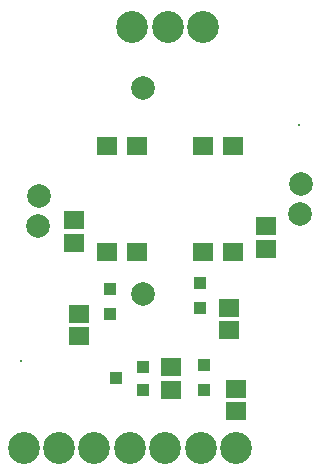
<source format=gts>
%FSTAX36Y36*%
%MOIN*%
%SFA1B1*%

%IPPOS*%
%ADD25R,0.043430X0.043430*%
%ADD26R,0.067060X0.059180*%
%ADD27R,0.039500X0.039500*%
%ADD28R,0.067060X0.059180*%
%ADD29C,0.078870*%
%ADD30C,0.106420*%
%ADD31C,0.008000*%
%LNpcb1-1*%
%LPD*%
G54D25*
X00061079Y-00001417D03*
Y-00009685D03*
X00029533Y00024096D03*
Y00015828D03*
X00059534Y00026096D03*
Y00017828D03*
G54D26*
X00017653Y00039402D03*
Y00046882D03*
X00081653Y00044882D03*
Y00037402D03*
X00069152Y00017785D03*
Y00010305D03*
X00019152Y00015785D03*
Y00008305D03*
X00050036Y-00009506D03*
Y-00002026D03*
X00071472Y-00009142D03*
Y-00016622D03*
G54D27*
X00031528Y-00005766D03*
X00040543Y-00009506D03*
Y-00002026D03*
G54D28*
X00028534Y00071678D03*
X00038533D03*
Y00036245D03*
X00028534D03*
X00060533Y00071678D03*
X00070534D03*
Y00036245D03*
X00060533D03*
G54D29*
X00093386Y00059213D03*
X00092992Y00049213D03*
X00005472Y00045118D03*
X00005866Y00055118D03*
X0004052Y00091189D03*
Y00022291D03*
G54D30*
X00000787Y-00028858D03*
X00012598D03*
X00024409D03*
X0003622D03*
X00036953Y00111334D03*
X00048765D03*
X00060576D03*
X00071653Y-00028858D03*
X00059842D03*
X00048031D03*
G54D31*
X0009252Y0007874D03*
X0Y0D03*
M02*
</source>
